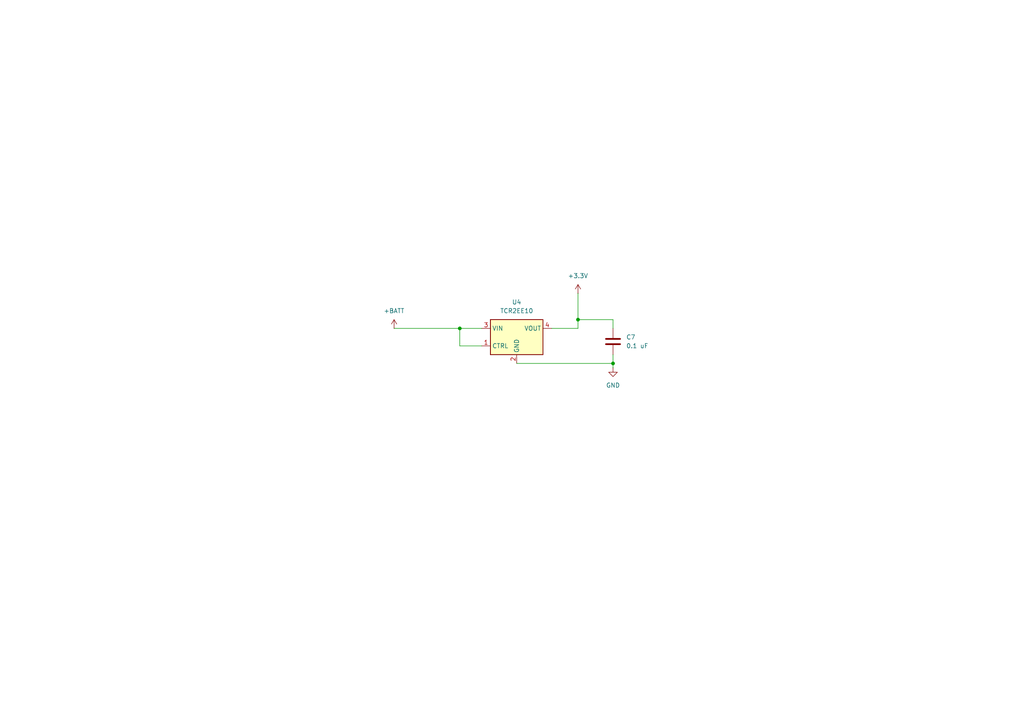
<source format=kicad_sch>
(kicad_sch (version 20250114) (generator "eeschema") (generator_version "9.0")
  (paper "A4")
  (lib_symbols
    (symbol "Device:C" (pin_numbers (hide yes)) (pin_names (offset 0.254))
      (property "Reference" "C" (at 0.635 2.54 0))
      (property "Value" "C" (at 0.635 -2.54 0))
      (symbol "C_0_1"
        (polyline (pts (xy -2.032 0.762) (xy 2.032 0.762)) (stroke (width 0.508)))
        (polyline (pts (xy -2.032 -0.762) (xy 2.032 -0.762)) (stroke (width 0.508)))
      )
      (symbol "C_1_1"
        (pin passive line (at 0 3.81 270) (length 2.794) (name "~") (number "1"))
        (pin passive line (at 0 -3.81 90) (length 2.794) (name "~") (number "2"))
      )
    )
    (symbol "Regulator_Linear:TCR2EE10"
      (property "Reference" "U6" (at 0 9.3218 0))
      (property "Value" "TCR2EE10" (at 0 7.0104 0))
      (symbol "TCR2EE10_0_1"
        (rectangle (start -7.62 -5.08) (end 7.62 5.08) (stroke (width 0.254)) (fill (type background)))
      )
      (symbol "TCR2EE10_1_1"
        (pin power_in line (at -10.16 2.54 0) (length 2.54) (name "VIN") (number "3"))
        (pin input line (at -10.16 -2.54 0) (length 2.54) (name "CTRL") (number "1"))
        (pin power_in line (at 0 -7.62 90) (length 2.54) (name "GND") (number "2"))
        (pin no_connect line (at 7.62 -2.54 180) (length 2.54) (hide yes) (name "NC") (number "5"))
        (pin power_out line (at 10.16 2.54 180) (length 2.54) (name "VOUT") (number "4"))
      )
    )
    (symbol "power:+3.3V" (power) (pin_numbers (hide yes)) (pin_names (offset 0) (hide yes))
      (property "Value" "+3.3V" (at 0 3.556 0))
      (symbol "+3.3V_0_1"
        (polyline (pts (xy -0.762 1.27) (xy 0 2.54)))
        (polyline (pts (xy 0 2.54) (xy 0.762 1.27)))
        (polyline (pts (xy 0 0) (xy 0 2.54)))
      )
      (symbol "+3.3V_1_1"
        (pin power_in line (at 0 0 90) (length 0) (name "~") (number "1"))
      )
    )
    (symbol "power:+BATT" (power) (pin_numbers (hide yes)) (pin_names (offset 0) (hide yes))
      (property "Value" "+BATT" (at 0 3.556 0))
      (symbol "+BATT_0_1"
        (polyline (pts (xy -0.762 1.27) (xy 0 2.54)))
        (polyline (pts (xy 0 2.54) (xy 0.762 1.27)))
        (polyline (pts (xy 0 0) (xy 0 2.54)))
      )
      (symbol "+BATT_1_1"
        (pin power_in line (at 0 0 90) (length 0) (name "~") (number "1"))
      )
    )
    (symbol "power:GND" (power) (pin_numbers (hide yes)) (pin_names (offset 0) (hide yes))
      (property "Value" "GND" (at 0 -3.81 0))
      (symbol "GND_0_1"
        (polyline (pts (xy 0 0) (xy 0 -1.27) (xy 1.27 -1.27) (xy 0 -2.54) (xy -1.27 -1.27) (xy 0 -1.27)))
      )
      (symbol "GND_1_1"
        (pin power_in line (at 0 0 270) (length 0) (name "~") (number "1"))
      )
    )
  )
  (junction (at 167.64 92.71))
  (junction (at 133.35 95.25))
  (junction (at 177.8 105.41))
  (wire (pts (xy 177.8 102.87) (xy 177.8 105.41)))
  (wire (pts (xy 177.8 92.71) (xy 177.8 95.25)))
  (wire (pts (xy 167.64 92.71) (xy 177.8 92.71)))
  (wire (pts (xy 177.8 105.41) (xy 177.8 106.68)))
  (wire (pts (xy 160.02 95.25) (xy 167.64 95.25)))
  (wire (pts (xy 133.35 95.25) (xy 133.35 100.33)))
  (wire (pts (xy 167.64 85.09) (xy 167.64 92.71)))
  (wire (pts (xy 167.64 92.71) (xy 167.64 95.25)))
  (wire (pts (xy 133.35 95.25) (xy 139.7 95.25)))
  (wire (pts (xy 114.3 95.25) (xy 133.35 95.25)))
  (wire (pts (xy 149.86 105.41) (xy 177.8 105.41)))
  (wire (pts (xy 139.7 100.33) (xy 133.35 100.33)))
  (symbol (lib_id "power:+3.3V") (at 167.64 85.09 0) (unit 1)
    (property "Reference" "#PWR013" (effects (hide yes)))
    (property "Value" "+3.3V" (at 167.64 80.01 0))
    (property "Description" "Power symbol creates a global label with name \"+3.3V\"" (effects (hide yes)))
  )
  (symbol (lib_id "Regulator_Linear:TCR2EE10") (at 149.86 97.79 0) (unit 1)
    (property "Reference" "U4" (at 149.86 87.63 0))
    (property "Value" "TCR2EE10" (at 149.86 90.17 0))
    (property "Footprint" "Package_TO_SOT_SMD:SOT-553" (effects (hide yes)))
    (property "Datasheet" "https://toshiba.semicon-storage.com/info/docget.jsp?did=13794&prodName=TCR2EF45" (effects (hide yes)))
    (property "Description" "200mA Low-dropout Voltage Regulator, Vout 1.0V, Vin up to 5.5V, SOT-553" (effects (hide yes)))
  )
  (symbol (lib_id "power:+BATT") (at 114.3 95.25 0) (unit 1)
    (property "Reference" "#PWR012" (effects (hide yes)))
    (property "Value" "+BATT" (at 114.3 90.17 0))
    (property "Description" "Power symbol creates a global label with name \"+BATT\"" (effects (hide yes)))
  )
  (symbol (lib_id "power:GND") (at 177.8 106.68 0) (unit 1)
    (property "Reference" "#PWR014" (effects (hide yes)))
    (property "Value" "GND" (at 177.8 111.76 0))
    (property "Description" "Power symbol creates a global label with name \"GND\" , ground" (effects (hide yes)))
  )
  (symbol (lib_id "Device:C") (at 177.8 99.06 0) (unit 1)
    (property "Reference" "C7" (at 181.61 97.7899 0) (effects (justify left)))
    (property "Value" "0.1 uF" (at 181.61 100.3299 0) (effects (justify left)))
    (property "Footprint" "Capacitor_SMD:C_0402_1005Metric" (effects (hide yes)))
    (property "Description" "Unpolarized capacitor" (effects (hide yes)))
  )
)
</source>
